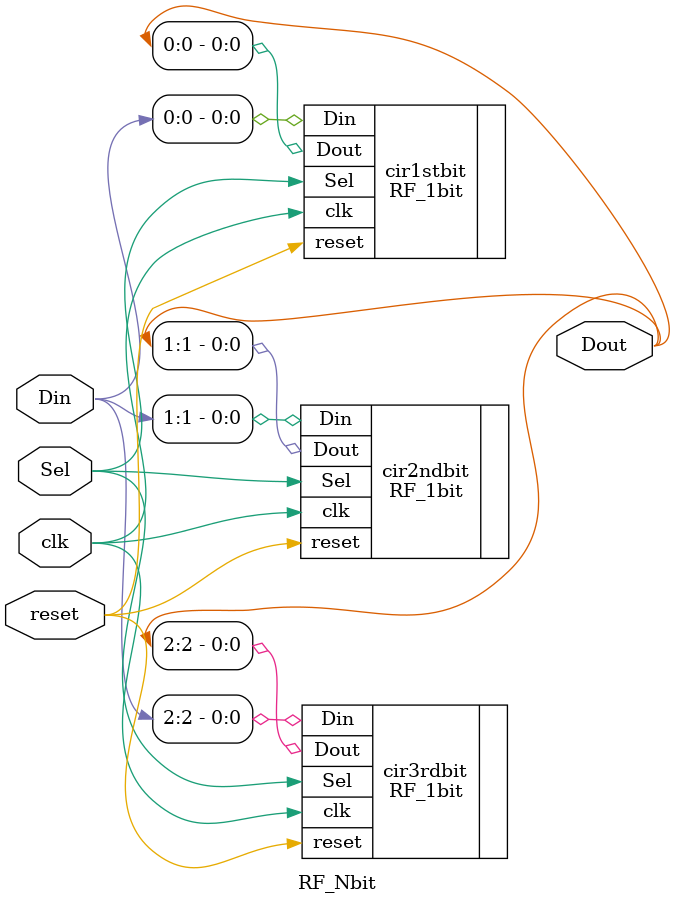
<source format=v>
module RF_Nbit (
    input wire clk,
    input wire reset,
    input wire [2:0] Din,
    input wire Sel,  
    output wire [2:0] Dout
);

    RF_1bit cir1stbit (.clk(clk), .reset(reset), .Din(Din[0]), .Sel(Sel), .Dout(Dout[0]));
    RF_1bit cir2ndbit (.clk(clk), .reset(reset), .Din(Din[1]), .Sel(Sel), .Dout(Dout[1]));
    RF_1bit cir3rdbit (.clk(clk), .reset(reset), .Din(Din[2]), .Sel(Sel), .Dout(Dout[2]));
    
endmodule

</source>
